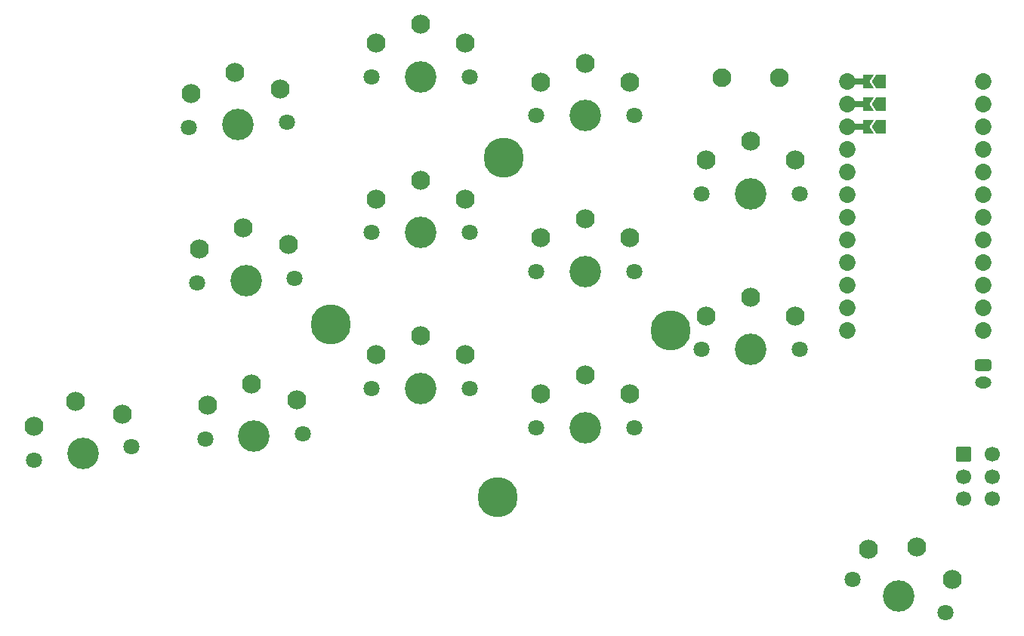
<source format=gbr>
%TF.GenerationSoftware,KiCad,Pcbnew,8.0.5*%
%TF.CreationDate,2024-09-22T11:05:02+10:00*%
%TF.ProjectId,pueo,7075656f-2e6b-4696-9361-645f70636258,0.1*%
%TF.SameCoordinates,Original*%
%TF.FileFunction,Soldermask,Top*%
%TF.FilePolarity,Negative*%
%FSLAX46Y46*%
G04 Gerber Fmt 4.6, Leading zero omitted, Abs format (unit mm)*
G04 Created by KiCad (PCBNEW 8.0.5) date 2024-09-22 11:05:02*
%MOMM*%
%LPD*%
G01*
G04 APERTURE LIST*
G04 Aperture macros list*
%AMRoundRect*
0 Rectangle with rounded corners*
0 $1 Rounding radius*
0 $2 $3 $4 $5 $6 $7 $8 $9 X,Y pos of 4 corners*
0 Add a 4 corners polygon primitive as box body*
4,1,4,$2,$3,$4,$5,$6,$7,$8,$9,$2,$3,0*
0 Add four circle primitives for the rounded corners*
1,1,$1+$1,$2,$3*
1,1,$1+$1,$4,$5*
1,1,$1+$1,$6,$7*
1,1,$1+$1,$8,$9*
0 Add four rect primitives between the rounded corners*
20,1,$1+$1,$2,$3,$4,$5,0*
20,1,$1+$1,$4,$5,$6,$7,0*
20,1,$1+$1,$6,$7,$8,$9,0*
20,1,$1+$1,$8,$9,$2,$3,0*%
%AMFreePoly0*
4,1,16,0.535355,0.785355,0.550000,0.750000,0.550000,-0.750000,0.535355,-0.785355,0.500000,-0.800000,-0.650000,-0.800000,-0.685355,-0.785355,-0.700000,-0.750000,-0.691603,-0.722265,-0.210093,0.000000,-0.691603,0.722265,-0.699029,0.759806,-0.677735,0.791603,-0.650000,0.800000,0.500000,0.800000,0.535355,0.785355,0.535355,0.785355,$1*%
%AMFreePoly1*
4,1,16,0.535355,0.785355,0.541603,0.777735,1.041603,0.027735,1.049029,-0.009806,1.041603,-0.027735,0.541603,-0.777735,0.509806,-0.799029,0.500000,-0.800000,-0.500000,-0.800000,-0.535355,-0.785355,-0.550000,-0.750000,-0.550000,0.750000,-0.535355,0.785355,-0.500000,0.800000,0.500000,0.800000,0.535355,0.785355,0.535355,0.785355,$1*%
G04 Aperture macros list end*
%ADD10C,1.801800*%
%ADD11C,3.529000*%
%ADD12C,2.132000*%
%ADD13FreePoly0,180.000000*%
%ADD14RoundRect,0.050000X-0.762000X0.250000X-0.762000X-0.250000X0.762000X-0.250000X0.762000X0.250000X0*%
%ADD15C,1.852600*%
%ADD16FreePoly1,180.000000*%
%ADD17C,4.500000*%
%ADD18RoundRect,0.270833X-0.654167X0.379167X-0.654167X-0.379167X0.654167X-0.379167X0.654167X0.379167X0*%
%ADD19O,1.850000X1.300000*%
%ADD20C,2.100000*%
%ADD21RoundRect,0.050000X-0.800000X0.800000X-0.800000X-0.800000X0.800000X-0.800000X0.800000X0.800000X0*%
%ADD22C,1.700000*%
G04 APERTURE END LIST*
D10*
%TO.C,S13*%
X187326695Y-103205295D03*
D11*
X192495004Y-105086406D03*
D10*
X197663313Y-106967517D03*
D12*
X189096217Y-99805473D03*
X198493144Y-103225675D03*
X194512923Y-99542220D03*
%TD*%
D10*
%TO.C,S5*%
X133345007Y-81811405D03*
D11*
X138845007Y-81811405D03*
D10*
X144345007Y-81811405D03*
D12*
X133845007Y-78011405D03*
X143845007Y-78011405D03*
X138845007Y-75911405D03*
%TD*%
D10*
%TO.C,S9*%
X151845001Y-68686408D03*
D11*
X157345001Y-68686408D03*
D10*
X162845001Y-68686408D03*
D12*
X152345001Y-64886408D03*
X162345001Y-64886408D03*
X157345001Y-62786408D03*
%TD*%
D10*
%TO.C,S3*%
X113772297Y-69971421D03*
D11*
X119264759Y-69683573D03*
D10*
X124757221Y-69395725D03*
D12*
X114072735Y-66150461D03*
X124059030Y-65627101D03*
X118955977Y-63791659D03*
%TD*%
D10*
%TO.C,S2*%
X114688178Y-87447440D03*
D11*
X120180640Y-87159592D03*
D10*
X125673102Y-86871744D03*
D12*
X114988616Y-83626480D03*
X124974911Y-83103120D03*
X119871858Y-81267678D03*
%TD*%
D13*
%TO.C,MCU1*%
X189020007Y-47341408D03*
D14*
X188095008Y-47341409D03*
D15*
X186725014Y-47341410D03*
X201965003Y-47341412D03*
D13*
X189020007Y-49881409D03*
D14*
X188095006Y-49881409D03*
D15*
X186725007Y-49881409D03*
X201965007Y-49881410D03*
X186725008Y-52421408D03*
X201965009Y-52421409D03*
D13*
X189020008Y-52421409D03*
D14*
X188095006Y-52421409D03*
D15*
X201965008Y-54961411D03*
X186725007Y-54961411D03*
D16*
X190470004Y-47341408D03*
X190470007Y-49881408D03*
X190470007Y-52421409D03*
D15*
X201965007Y-57501409D03*
X201965007Y-60041408D03*
X201965007Y-62581410D03*
X201965008Y-65121410D03*
X201965007Y-67661407D03*
X201965006Y-70201410D03*
X201965007Y-72741409D03*
X201965000Y-75281408D03*
X186725006Y-57501408D03*
X186725007Y-60041408D03*
X186725007Y-62581410D03*
X186725007Y-65121409D03*
X186725006Y-67661407D03*
X186725005Y-70201409D03*
X186725007Y-72741408D03*
X186725011Y-75281406D03*
%TD*%
D10*
%TO.C,S1*%
X95535255Y-89881810D03*
D11*
X100981722Y-89116358D03*
D10*
X106428189Y-88350906D03*
D12*
X95501524Y-86049201D03*
X105404205Y-84657474D03*
X100160601Y-83273776D03*
%TD*%
D17*
%TO.C,REF\u002A\u002A*%
X128814384Y-74643939D03*
X148193951Y-55929308D03*
X147529015Y-94023506D03*
X166908582Y-75308875D03*
%TD*%
D10*
%TO.C,S10*%
X151845007Y-51186409D03*
D11*
X157345007Y-51186409D03*
D10*
X162845007Y-51186409D03*
D12*
X152345007Y-47386409D03*
X162345007Y-47386409D03*
X157345007Y-45286409D03*
%TD*%
D10*
%TO.C,S4*%
X112856418Y-52495402D03*
D11*
X118348880Y-52207554D03*
D10*
X123841342Y-51919706D03*
D12*
X113156856Y-48674442D03*
X123143151Y-48151082D03*
X118040098Y-46315640D03*
%TD*%
D18*
%TO.C,J6*%
X201919596Y-79136247D03*
D19*
X201919593Y-81136247D03*
%TD*%
D20*
%TO.C,SW16*%
X172605597Y-46874244D03*
X179105597Y-46874244D03*
%TD*%
D10*
%TO.C,S8*%
X151845003Y-86186403D03*
D11*
X157345003Y-86186403D03*
D10*
X162845003Y-86186403D03*
D12*
X152345003Y-82386403D03*
X162345003Y-82386403D03*
X157345003Y-80286403D03*
%TD*%
D10*
%TO.C,S12*%
X170345001Y-59936406D03*
D11*
X175845001Y-59936406D03*
D10*
X181345001Y-59936406D03*
D12*
X170845001Y-56136406D03*
X180845001Y-56136406D03*
X175845001Y-54036406D03*
%TD*%
D10*
%TO.C,S11*%
X170345005Y-77436403D03*
D11*
X175845005Y-77436403D03*
D10*
X181345005Y-77436403D03*
D12*
X170845005Y-73636403D03*
X180845005Y-73636403D03*
X175845005Y-71536403D03*
%TD*%
D10*
%TO.C,S6*%
X133345003Y-64311406D03*
D11*
X138845003Y-64311406D03*
D10*
X144345003Y-64311406D03*
D12*
X133845003Y-60511406D03*
X143845003Y-60511406D03*
X138845003Y-58411406D03*
%TD*%
D10*
%TO.C,S7*%
X133345005Y-46811406D03*
D11*
X138845005Y-46811406D03*
D10*
X144345005Y-46811406D03*
D12*
X133845005Y-43011406D03*
X143845005Y-43011406D03*
X138845005Y-40911406D03*
%TD*%
D21*
%TO.C,on/off*%
X199768600Y-89177738D03*
D22*
X199768593Y-91677739D03*
X199768608Y-94177738D03*
X202968610Y-89177730D03*
X202968605Y-91677738D03*
X202968594Y-94177737D03*
%TD*%
M02*

</source>
